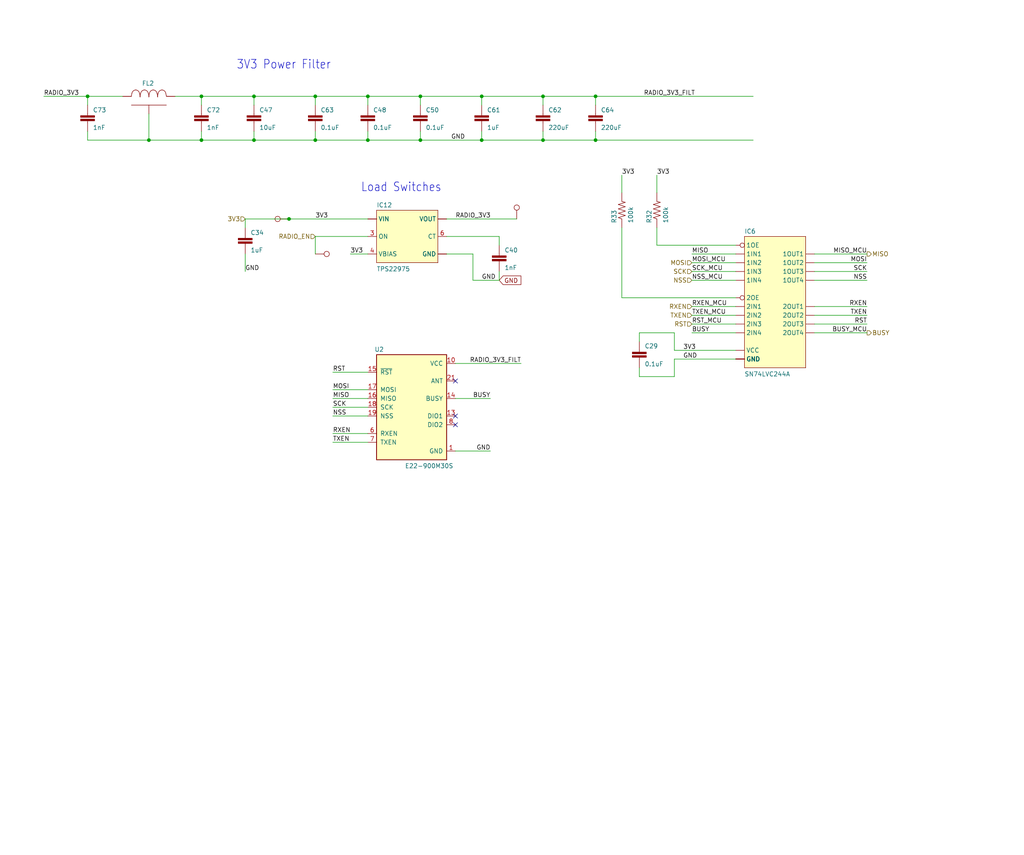
<source format=kicad_sch>
(kicad_sch (version 20250114) (generator "eeschema") (generator_version "9.0")
  (paper "User" 297.002 248.031)
  (lib_symbols
    (symbol "Connector:TestPoint" (pin_numbers (hide yes)) (pin_names (offset 0.762) (hide yes))
      (property "Reference" "TP" (at 0 6.858 0))
      (property "Value" "TestPoint" (at 0 5.08 0))
      (symbol "TestPoint_0_1"
        (circle (center 0 3.302) (radius 0.762))
      )
      (symbol "TestPoint_1_1"
        (pin passive line (at 0 0 90) (length 2.54) (name "1") (number "1"))
      )
    )
    (symbol "Loriques:CAP0402"
      (property "Reference" "C" (at 1.524 2.921 0))
      (symbol "CAP0402_1_0"
        (rectangle (start -2.032 1.524) (end 2.032 2.032) (fill (type outline)))
        (rectangle (start -2.032 0.508) (end 2.032 1.016) (fill (type outline)))
        (polyline (pts (xy 0 2.54) (xy 0 2.032)) (stroke (width 0.1524)))
        (polyline (pts (xy 0 0) (xy 0 0.508)) (stroke (width 0.1524)))
        (pin passive line (at 0 5.08 270) (length 2.54) (name "1") (number "1"))
        (pin passive line (at 0 -2.54 90) (length 2.54) (name "2") (number "2"))
      )
    )
    (symbol "Loriques:CAP1206"
      (property "Reference" "C" (at 1.524 2.921 0))
      (symbol "CAP1206_1_0"
        (rectangle (start -2.032 1.524) (end 2.032 2.032) (fill (type outline)))
        (rectangle (start -2.032 0.508) (end 2.032 1.016) (fill (type outline)))
        (polyline (pts (xy 0 2.54) (xy 0 2.032)) (stroke (width 0.1524)))
        (polyline (pts (xy 0 0) (xy 0 0.508)) (stroke (width 0.1524)))
        (pin passive line (at 0 5.08 270) (length 2.54) (name "1") (number "1"))
        (pin passive line (at 0 -2.54 90) (length 2.54) (name "2") (number "2"))
      )
    )
    (symbol "Loriques:CAP1210"
      (property "Reference" "C" (at 1.524 2.921 0))
      (symbol "CAP1210_1_0"
        (rectangle (start -2.032 1.524) (end 2.032 2.032) (fill (type outline)))
        (rectangle (start -2.032 0.508) (end 2.032 1.016) (fill (type outline)))
        (polyline (pts (xy 0 2.54) (xy 0 2.032)) (stroke (width 0.1524)))
        (polyline (pts (xy 0 0) (xy 0 0.508)) (stroke (width 0.1524)))
        (pin passive line (at 0 5.08 270) (length 2.54) (name "1") (number "1"))
        (pin passive line (at 0 -2.54 90) (length 2.54) (name "2") (number "2"))
      )
    )
    (symbol "Loriques:E22-900M30S" (pin_names (offset 1.016))
      (property "Reference" "U2" (at -9.398 16.764 0))
      (property "Value" "E22-900M30S" (at 5.08 -17.018 0))
      (symbol "E22-900M30S_0_0"
        (rectangle (start -10.16 15.24) (end 10.16 -15.24) (stroke (width 0.254)) (fill (type background)))
        (pin input line (at -12.7 5.08 0) (length 2.54) (name "MOSI") (number "17"))
        (pin output line (at -12.7 2.54 0) (length 2.54) (name "MISO") (number "16"))
        (pin input line (at -12.7 0 0) (length 2.54) (name "SCK") (number "18"))
        (pin input line (at -12.7 -2.54 0) (length 2.54) (name "NSS") (number "19"))
        (pin input line (at -12.7 -7.62 0) (length 2.54) (name "RXEN") (number "6"))
        (pin input line (at -12.7 -10.16 0) (length 2.54) (name "TXEN") (number "7"))
        (pin power_in line (at 12.7 12.7 180) (length 2.54) (name "VCC") (number "10"))
        (pin power_in line (at 12.7 12.7 180) (length 2.54) (hide yes) (name "VCC") (number "9"))
        (pin output line (at 12.7 7.62 180) (length 2.54) (name "ANT") (number "21"))
        (pin output line (at 12.7 2.54 180) (length 2.54) (name "BUSY") (number "14"))
        (pin bidirectional line (at 12.7 -2.54 180) (length 2.54) (name "DIO1") (number "13"))
        (pin bidirectional line (at 12.7 -5.08 180) (length 2.54) (name "DIO2") (number "8"))
        (pin power_in line (at 12.7 -12.7 180) (length 2.54) (name "GND") (number "1"))
        (pin power_in line (at 12.7 -12.7 180) (length 2.54) (hide yes) (name "GND") (number "11"))
        (pin power_in line (at 12.7 -12.7 180) (length 2.54) (hide yes) (name "GND") (number "12"))
        (pin power_in line (at 12.7 -12.7 180) (length 2.54) (hide yes) (name "GND") (number "2"))
        (pin power_in line (at 12.7 -12.7 180) (length 2.54) (hide yes) (name "GND") (number "20"))
        (pin power_in line (at 12.7 -12.7 180) (length 2.54) (hide yes) (name "GND") (number "22"))
        (pin power_in line (at 12.7 -12.7 180) (length 2.54) (hide yes) (name "GND") (number "3"))
        (pin power_in line (at 12.7 -12.7 180) (length 2.54) (hide yes) (name "GND") (number "4"))
        (pin power_in line (at 12.7 -12.7 180) (length 2.54) (hide yes) (name "GND") (number "5"))
      )
      (symbol "E22-900M30S_1_0"
        (pin input line (at -12.7 10.16 0) (length 2.54) (name "~{RST}") (number "15"))
      )
    )
    (symbol "Loriques:RESISTOR0402-RES"
      (property "Reference" "R" (at -3.81 1.4986 0))
      (symbol "RESISTOR0402-RES_1_0"
        (polyline (pts (xy -2.54 0) (xy -2.159 1.016)) (stroke (width 0.1524)))
        (polyline (pts (xy -2.159 1.016) (xy -1.524 -1.016)) (stroke (width 0.1524)))
        (polyline (pts (xy -1.524 -1.016) (xy -0.889 1.016)) (stroke (width 0.1524)))
        (polyline (pts (xy -0.889 1.016) (xy -0.254 -1.016)) (stroke (width 0.1524)))
        (polyline (pts (xy -0.254 -1.016) (xy 0.381 1.016)) (stroke (width 0.1524)))
        (polyline (pts (xy 0.381 1.016) (xy 1.016 -1.016)) (stroke (width 0.1524)))
        (polyline (pts (xy 1.016 -1.016) (xy 1.651 1.016)) (stroke (width 0.1524)))
        (polyline (pts (xy 1.651 1.016) (xy 2.286 -1.016)) (stroke (width 0.1524)))
        (polyline (pts (xy 2.286 -1.016) (xy 2.54 0)) (stroke (width 0.1524)))
        (pin passive line (at -5.08 0 0) (length 2.54) (name "1") (number "1"))
        (pin passive line (at 5.08 0 180) (length 2.54) (name "2") (number "2"))
      )
    )
    (symbol "Loriques:SN74LVC244A"
      (property "Reference" "IC" (at -7.62 16.002 0))
      (symbol "SN74LVC244A_1_0"
        (pin bidirectional inverted (at -10.16 12.7 0) (length 2.54) (name "1OE") (number "P$1"))
        (pin bidirectional line (at -10.16 10.16 0) (length 2.54) (name "1IN1") (number "P$2"))
        (pin bidirectional line (at -10.16 7.62 0) (length 2.54) (name "1IN2") (number "P$4"))
        (pin bidirectional line (at -10.16 5.08 0) (length 2.54) (name "1IN3") (number "P$6"))
        (pin bidirectional line (at -10.16 2.54 0) (length 2.54) (name "1IN4") (number "P$8"))
        (pin bidirectional inverted (at -10.16 -2.54 0) (length 2.54) (name "2OE") (number "P$19"))
        (pin bidirectional line (at -10.16 -5.08 0) (length 2.54) (name "2IN1") (number "P$11"))
        (pin bidirectional line (at -10.16 -7.62 0) (length 2.54) (name "2IN2") (number "P$13"))
        (pin bidirectional line (at -10.16 -10.16 0) (length 2.54) (name "2IN3") (number "P$15"))
        (pin bidirectional line (at -10.16 -12.7 0) (length 2.54) (name "2IN4") (number "P$17"))
        (pin bidirectional line (at -10.16 -17.78 0) (length 2.54) (name "VCC") (number "P$20"))
        (pin bidirectional line (at -10.16 -20.32 0) (length 2.54) (name "GND") (number "P$10"))
        (pin bidirectional line (at -10.16 -20.32 0) (length 2.54) (name "GND") (number "P$21"))
        (pin bidirectional line (at -10.16 -20.32 0) (length 2.54) (name "GND") (number "P$22"))
        (pin bidirectional line (at -10.16 -20.32 0) (length 2.54) (name "GND") (number "P$23"))
        (pin bidirectional line (at -10.16 -20.32 0) (length 2.54) (name "GND") (number "P$24"))
        (pin bidirectional line (at -10.16 -20.32 0) (length 2.54) (name "GND") (number "P$25"))
        (pin bidirectional line (at -10.16 -20.32 0) (length 2.54) (name "GND") (number "P$26"))
        (pin bidirectional line (at -10.16 -20.32 0) (length 2.54) (name "GND") (number "P$27"))
        (pin bidirectional line (at 12.7 10.16 180) (length 2.54) (name "1OUT1") (number "P$18"))
        (pin bidirectional line (at 12.7 7.62 180) (length 2.54) (name "1OUT2") (number "P$16"))
        (pin bidirectional line (at 12.7 5.08 180) (length 2.54) (name "1OUT3") (number "P$14"))
        (pin bidirectional line (at 12.7 2.54 180) (length 2.54) (name "1OUT4") (number "P$12"))
        (pin bidirectional line (at 12.7 -5.08 180) (length 2.54) (name "2OUT1") (number "P$9"))
        (pin bidirectional line (at 12.7 -7.62 180) (length 2.54) (name "2OUT2") (number "P$7"))
        (pin bidirectional line (at 12.7 -10.16 180) (length 2.54) (name "2OUT3") (number "P$5"))
        (pin bidirectional line (at 12.7 -12.7 180) (length 2.54) (name "2OUT4") (number "P$3"))
      )
      (symbol "SN74LVC244A_1_1"
        (rectangle (start -7.62 15.24) (end 10.16 -22.86) (fill (type background)))
      )
    )
    (symbol "Loriques:TPS22975"
      (property "Reference" "IC" (at -7.62 8.382 0))
      (symbol "TPS22975_1_0"
        (pin bidirectional line (at -10.16 5.08 0) (length 2.54) (name "VIN") (number "1"))
        (pin bidirectional line (at -10.16 5.08 0) (length 2.54) (name "VIN") (number "2"))
        (pin bidirectional line (at -10.16 0 0) (length 2.54) (name "ON") (number "3"))
        (pin bidirectional line (at -10.16 -5.08 0) (length 2.54) (name "VBIAS") (number "4"))
        (pin bidirectional line (at 12.7 5.08 180) (length 2.54) (name "VOUT") (number "7"))
        (pin bidirectional line (at 12.7 5.08 180) (length 2.54) (name "VOUT") (number "8"))
        (pin bidirectional line (at 12.7 0 180) (length 2.54) (name "CT") (number "6"))
        (pin bidirectional line (at 12.7 -5.08 180) (length 2.54) (name "GND") (number "5"))
        (pin bidirectional line (at 12.7 -5.08 180) (length 2.54) (name "GND") (number "PP"))
      )
      (symbol "TPS22975_1_1"
        (rectangle (start -7.62 7.62) (end 10.16 -7.62) (fill (type background)))
      )
    )
    (symbol "Loriques:YFF31HC2A104MT000N"
      (property "Reference" "FL" (at -4.7244 2.1336 0))
      (symbol "YFF31HC2A104MT000N_1_0"
        (arc (start 4.9022 0.8382) (mid 4.9944 0.458) (end 5.08 0.0762) (stroke (width 0.1524)))
        (polyline (pts (xy -7.62 0) (xy -5.08 0)) (stroke (width 0.1524)))
        (arc (start -2.7178 0.8382) (mid -2.5911 0.3368) (end -2.54 -0.1778) (stroke (width 0.1524)))
        (polyline (pts (xy -5.08 -2.54) (xy 5.08 -2.54)) (stroke (width 0.1524)))
        (arc (start -3.81 1.8542) (mid -3.0814 1.5423) (end -2.7177 0.8382) (stroke (width 0.1524)))
        (arc (start -4.9276 0.8382) (mid -4.5486 1.5441) (end -3.8099 1.8542) (stroke (width 0.1524)))
        (arc (start -0.1778 0.8382) (mid -0.0511 0.3368) (end 0 -0.1778) (stroke (width 0.1524)))
        (arc (start -2.54 -0.1778) (mid -2.561 -0.0888) (end -2.54 0.0001))
        (arc (start -1.27 1.8542) (mid -0.5414 1.5423) (end -0.1777 0.8382) (stroke (width 0.1524)))
        (arc (start -2.3876 0.8382) (mid -2.0086 1.5441) (end -1.2699 1.8542) (stroke (width 0.1524)))
        (arc (start -5.08 0) (mid -5.0258 0.4231) (end -4.9276 0.8382) (stroke (width 0.1524)))
        (arc (start 2.3622 0.8382) (mid 2.4889 0.3368) (end 2.54 -0.1778) (stroke (width 0.1524)))
        (arc (start 0 -0.1778) (mid -0.0208 -0.0889) (end 0 0))
        (arc (start 1.27 1.8542) (mid 1.9985 1.5422) (end 2.3622 0.8381) (stroke (width 0.1524)))
        (arc (start 0.1524 0.8382) (mid 0.5313 1.544) (end 1.27 1.8541) (stroke (width 0.1524)))
        (arc (start -2.54 0) (mid -2.4858 0.4231) (end -2.3876 0.8382) (stroke (width 0.1524)))
        (arc (start 2.54 -0.1778) (mid 2.5197 -0.089) (end 2.54 0))
        (arc (start 3.81 1.8542) (mid 4.5385 1.5423) (end 4.9022 0.8381) (stroke (width 0.1524)))
        (arc (start 2.6924 0.8382) (mid 3.0714 1.5438) (end 3.81 1.8541) (stroke (width 0.1524)))
        (arc (start 0 0) (mid 0.0542 0.4231) (end 0.1524 0.8382) (stroke (width 0.1524)))
        (polyline (pts (xy 5.08 0) (xy 7.62 0)) (stroke (width 0.1524)))
        (arc (start 2.54 0) (mid 2.5942 0.4231) (end 2.6924 0.8382) (stroke (width 0.1524)))
        (pin passive line (at -7.62 0 0) (length 2.54) (name "1") (number "1"))
        (pin passive line (at 0 -5.08 90) (length 2.54) (name "GND") (number "GND"))
        (pin passive line (at 7.62 0 180) (length 2.54) (name "2") (number "3"))
      )
    )
  )
  (text "3V3 Power Filter" (at 68.58 20.32 0) (effects (font (size 2.54 2.159)) (justify left bottom)))
  (text "Load Switches" (at 104.648 55.88 0) (effects (font (size 2.54 2.159)) (justify left bottom)))
  (junction (at 91.44 27.94))
  (junction (at 73.66 40.64))
  (junction (at 139.7 27.94))
  (junction (at 73.66 27.94))
  (junction (at 43.18 40.64))
  (junction (at 157.48 27.94))
  (junction (at 106.68 27.94))
  (junction (at 157.48 40.64))
  (junction (at 83.82 63.5))
  (junction (at 25.4 27.94))
  (junction (at 139.7 40.64))
  (junction (at 172.72 40.64))
  (junction (at 121.92 40.64))
  (junction (at 58.42 40.64))
  (junction (at 106.68 40.64))
  (junction (at 91.44 40.64))
  (junction (at 121.92 27.94))
  (junction (at 58.42 27.94))
  (junction (at 172.72 27.94))
  (no_connect (at 132.08 123.19))
  (no_connect (at 132.08 110.49))
  (no_connect (at 132.08 120.65))
  (wire (pts (xy 91.44 38.1) (xy 91.44 40.64)) (stroke (width 0.1524)))
  (wire (pts (xy 25.4 30.48) (xy 25.4 27.94)) (stroke (width 0.1524)))
  (wire (pts (xy 121.92 40.64) (xy 106.68 40.64)) (stroke (width 0.1524)))
  (wire (pts (xy 121.92 38.1) (xy 121.92 40.64)) (stroke (width 0.1524)))
  (wire (pts (xy 190.5 71.12) (xy 190.5 66.04)) (stroke (width 0.1524)))
  (wire (pts (xy 157.48 38.1) (xy 157.48 40.64)) (stroke (width 0.1524)))
  (wire (pts (xy 96.52 107.95) (xy 106.68 107.95)))
  (wire (pts (xy 106.68 38.1) (xy 106.68 40.64)) (stroke (width 0.1524)))
  (wire (pts (xy 96.52 113.03) (xy 106.68 113.03)))
  (wire (pts (xy 236.22 93.98) (xy 251.46 93.98)))
  (wire (pts (xy 139.7 30.48) (xy 139.7 27.94)) (stroke (width 0.1524)))
  (wire (pts (xy 91.44 68.58) (xy 91.44 73.66)) (stroke (width 0.1524)))
  (wire (pts (xy 106.68 27.94) (xy 121.92 27.94)) (stroke (width 0.1524)))
  (wire (pts (xy 58.42 38.1) (xy 58.42 40.64)) (stroke (width 0.1524)))
  (wire (pts (xy 50.8 27.94) (xy 58.42 27.94)) (stroke (width 0.1524)))
  (wire (pts (xy 129.54 73.66) (xy 137.16 73.66)) (stroke (width 0.1524)))
  (wire (pts (xy 180.34 86.36) (xy 180.34 66.04)) (stroke (width 0.1524)))
  (wire (pts (xy 144.78 78.74) (xy 144.78 81.28)) (stroke (width 0.1524)))
  (wire (pts (xy 96.52 115.57) (xy 106.68 115.57)))
  (wire (pts (xy 200.66 73.66) (xy 213.36 73.66)))
  (wire (pts (xy 35.56 27.94) (xy 25.4 27.94)) (stroke (width 0.1524)))
  (wire (pts (xy 139.7 27.94) (xy 157.48 27.94)) (stroke (width 0.1524)))
  (wire (pts (xy 200.66 88.9) (xy 213.36 88.9)))
  (wire (pts (xy 200.66 81.28) (xy 213.36 81.28)))
  (wire (pts (xy 236.22 73.66) (xy 251.46 73.66)))
  (wire (pts (xy 200.66 93.98) (xy 213.36 93.98)))
  (wire (pts (xy 96.52 125.73) (xy 106.68 125.73)))
  (wire (pts (xy 213.36 71.12) (xy 190.5 71.12)) (stroke (width 0.1524)))
  (wire (pts (xy 71.12 63.5) (xy 83.82 63.5)) (stroke (width 0.1524)))
  (wire (pts (xy 139.7 38.1) (xy 139.7 40.64)) (stroke (width 0.1524)))
  (wire (pts (xy 172.72 40.64) (xy 157.48 40.64)) (stroke (width 0.1524)))
  (wire (pts (xy 129.54 63.5) (xy 149.86 63.5)) (stroke (width 0.1524)))
  (wire (pts (xy 172.72 27.94) (xy 218.44 27.94)) (stroke (width 0.1524)))
  (wire (pts (xy 144.78 71.12) (xy 144.78 68.58)) (stroke (width 0.1524)))
  (wire (pts (xy 157.48 40.64) (xy 139.7 40.64)) (stroke (width 0.1524)))
  (wire (pts (xy 121.92 27.94) (xy 139.7 27.94)) (stroke (width 0.1524)))
  (wire (pts (xy 71.12 73.66) (xy 71.12 78.74)) (stroke (width 0.1524)))
  (wire (pts (xy 180.34 55.88) (xy 180.34 50.8)) (stroke (width 0.1524)))
  (wire (pts (xy 236.22 96.52) (xy 251.46 96.52)))
  (wire (pts (xy 106.68 63.5) (xy 83.82 63.5)) (stroke (width 0.1524)))
  (wire (pts (xy 236.22 88.9) (xy 251.46 88.9)))
  (wire (pts (xy 96.52 128.27) (xy 106.68 128.27)))
  (wire (pts (xy 172.72 40.64) (xy 218.44 40.64)) (stroke (width 0.1524)))
  (wire (pts (xy 91.44 30.48) (xy 91.44 27.94)) (stroke (width 0.1524)))
  (wire (pts (xy 157.48 30.48) (xy 157.48 27.94)) (stroke (width 0.1524)))
  (wire (pts (xy 73.66 38.1) (xy 73.66 40.64)) (stroke (width 0.1524)))
  (wire (pts (xy 195.58 109.22) (xy 185.42 109.22)) (stroke (width 0.1524)))
  (wire (pts (xy 106.68 68.58) (xy 91.44 68.58)) (stroke (width 0.1524)))
  (wire (pts (xy 96.52 118.11) (xy 106.68 118.11)))
  (wire (pts (xy 91.44 27.94) (xy 106.68 27.94)) (stroke (width 0.1524)))
  (wire (pts (xy 132.08 130.81) (xy 142.24 130.81)))
  (wire (pts (xy 195.58 101.6) (xy 195.58 96.52)) (stroke (width 0.1524)))
  (wire (pts (xy 195.58 96.52) (xy 185.42 96.52)) (stroke (width 0.1524)))
  (wire (pts (xy 185.42 96.52) (xy 185.42 99.06)) (stroke (width 0.1524)))
  (wire (pts (xy 139.7 40.64) (xy 121.92 40.64)) (stroke (width 0.1524)))
  (wire (pts (xy 190.5 55.88) (xy 190.5 50.8)) (stroke (width 0.1524)))
  (wire (pts (xy 137.16 81.28) (xy 137.16 73.66)) (stroke (width 0.1524)))
  (wire (pts (xy 213.36 104.14) (xy 195.58 104.14)) (stroke (width 0.1524)))
  (wire (pts (xy 144.78 81.28) (xy 137.16 81.28)) (stroke (width 0.1524)))
  (wire (pts (xy 73.66 27.94) (xy 91.44 27.94)) (stroke (width 0.1524)))
  (wire (pts (xy 236.22 81.28) (xy 251.46 81.28)))
  (wire (pts (xy 58.42 30.48) (xy 58.42 27.94)) (stroke (width 0.1524)))
  (wire (pts (xy 157.48 27.94) (xy 172.72 27.94)) (stroke (width 0.1524)))
  (wire (pts (xy 200.66 78.74) (xy 213.36 78.74)))
  (wire (pts (xy 73.66 30.48) (xy 73.66 27.94)) (stroke (width 0.1524)))
  (wire (pts (xy 73.66 40.64) (xy 58.42 40.64)) (stroke (width 0.1524)))
  (wire (pts (xy 58.42 40.64) (xy 43.18 40.64)) (stroke (width 0.1524)))
  (wire (pts (xy 195.58 104.14) (xy 195.58 109.22)) (stroke (width 0.1524)))
  (wire (pts (xy 25.4 40.64) (xy 43.18 40.64)) (stroke (width 0.1524)))
  (wire (pts (xy 132.08 105.41) (xy 151.13 105.41)))
  (wire (pts (xy 172.72 27.94) (xy 172.72 30.48)) (stroke (width 0.1524)))
  (wire (pts (xy 200.66 96.52) (xy 213.36 96.52)))
  (wire (pts (xy 96.52 120.65) (xy 106.68 120.65)))
  (wire (pts (xy 58.42 27.94) (xy 73.66 27.94)) (stroke (width 0.1524)))
  (wire (pts (xy 185.42 109.22) (xy 185.42 106.68)) (stroke (width 0.1524)))
  (wire (pts (xy 236.22 91.44) (xy 251.46 91.44)))
  (wire (pts (xy 213.36 101.6) (xy 195.58 101.6)) (stroke (width 0.1524)))
  (wire (pts (xy 91.44 40.64) (xy 73.66 40.64)) (stroke (width 0.1524)))
  (wire (pts (xy 71.12 63.5) (xy 71.12 66.04)) (stroke (width 0.1524)))
  (wire (pts (xy 106.68 73.66) (xy 101.6 73.66)) (stroke (width 0.1524)))
  (wire (pts (xy 144.78 68.58) (xy 129.54 68.58)) (stroke (width 0.1524)))
  (wire (pts (xy 121.92 30.48) (xy 121.92 27.94)) (stroke (width 0.1524)))
  (wire (pts (xy 142.24 115.57) (xy 132.08 115.57)))
  (wire (pts (xy 25.4 27.94) (xy 12.7 27.94)) (stroke (width 0.1524)))
  (wire (pts (xy 25.4 38.1) (xy 25.4 40.64)) (stroke (width 0.1524)))
  (wire (pts (xy 106.68 30.48) (xy 106.68 27.94)) (stroke (width 0.1524)))
  (wire (pts (xy 43.18 33.02) (xy 43.18 40.64)) (stroke (width 0.1524)))
  (wire (pts (xy 200.66 76.2) (xy 213.36 76.2)))
  (wire (pts (xy 172.72 38.1) (xy 172.72 40.64)) (stroke (width 0.1524)))
  (wire (pts (xy 106.68 40.64) (xy 91.44 40.64)) (stroke (width 0.1524)))
  (wire (pts (xy 236.22 78.74) (xy 251.46 78.74)))
  (wire (pts (xy 213.36 86.36) (xy 180.34 86.36)) (stroke (width 0.1524)))
  (wire (pts (xy 236.22 76.2) (xy 251.46 76.2)))
  (wire (pts (xy 200.66 91.44) (xy 213.36 91.44)))
  (label "BUSY" (at 200.66 96.52 0))
  (label "NSS" (at 251.46 81.28 180))
  (label "NSS_MCU" (at 200.66 81.28 0))
  (label "BUSY_MCU" (at 251.46 96.52 180))
  (label "RXEN_MCU" (at 200.66 88.9 0))
  (label "MOSI_MCU" (at 200.66 76.2 0))
  (label "GND" (at 198.12 104.14 0))
  (label "GND" (at 139.7 81.28 0))
  (label "MISO" (at 200.66 73.66 0))
  (label "GND" (at 130.81 40.64 0))
  (label "NSS" (at 96.52 120.65 0))
  (label "TXEN_MCU" (at 200.66 91.44 0))
  (label "3V3" (at 198.12 101.6 0))
  (label "MISO_MCU" (at 251.46 73.66 180))
  (label "SCK" (at 96.52 118.11 0))
  (label "RXEN" (at 96.52 125.73 0))
  (label "RADIO_3V3_FILT" (at 151.13 105.41 180))
  (label "3V3" (at 91.44 63.5 0))
  (label "MOSI" (at 251.46 76.2 180))
  (label "GND" (at 142.24 130.81 180))
  (label "SCK_MCU" (at 200.66 78.74 0))
  (label "RXEN" (at 251.46 88.9 180))
  (label "TXEN" (at 251.46 91.44 180))
  (label "RADIO_3V3" (at 12.7 27.94 0))
  (label "RST" (at 251.46 93.98 180))
  (label "GND" (at 71.12 78.74 0))
  (label "BUSY" (at 142.24 115.57 180))
  (label "MOSI" (at 96.52 113.03 0))
  (label "3V3" (at 190.5 50.8 0))
  (label "3V3" (at 101.6 73.66 0))
  (label "TXEN" (at 96.52 128.27 0))
  (label "3V3" (at 180.34 50.8 0))
  (label "MISO" (at 96.52 115.57 0))
  (label "SCK" (at 251.46 78.74 180))
  (label "RADIO_3V3" (at 132.08 63.5 0))
  (label "RST_MCU" (at 200.66 93.98 0))
  (label "RST" (at 96.52 107.95 0))
  (label "RADIO_3V3_FILT" (at 186.69 27.94 0))
  (global_label "GND" (shape input) (at 144.78 81.28 0) (property "Intersheetrefs" "${INTERSHEET_REFS}" (effects (hide yes))))
  (hierarchical_label "MOSI" (shape input) (at 200.66 76.2 180))
  (hierarchical_label "RADIO_EN" (shape input) (at 91.44 68.58 180))
  (hierarchical_label "SCK" (shape input) (at 200.66 78.74 180))
  (hierarchical_label "MISO" (shape output) (at 251.46 73.66 0))
  (hierarchical_label "RST" (shape input) (at 200.66 93.98 180))
  (hierarchical_label "NSS" (shape input) (at 200.66 81.28 180))
  (hierarchical_label "RXEN" (shape input) (at 200.66 88.9 180))
  (hierarchical_label "TXEN" (shape input) (at 200.66 91.44 180))
  (hierarchical_label "3V3" (shape input) (at 71.12 63.5 180))
  (hierarchical_label "BUSY" (shape output) (at 251.46 96.52 0))
  (symbol (lib_id "Connector:TestPoint") (at 91.44 73.66 270) (unit 1)
    (property "Reference" "TP8" (effects (hide yes)))
    (property "Value" "TEST-POINT3X5" (effects (hide yes)))
    (property "Footprint" "TestPoint:TestPoint_Pad_D1.5mm" (effects (hide yes)))
    (property "Description" "test point" (effects (hide yes)))
  )
  (symbol (lib_id "Loriques:RESISTOR0402-RES") (at 190.5 60.96 90) (unit 1)
    (property "Reference" "R32" (at 189.0014 64.77 0) (effects (justify left bottom)))
    (property "Value" "100k" (at 193.802 64.77 0) (effects (justify left bottom)))
    (property "Footprint" "Resistor_SMD:R_0402_1005Metric" (effects (hide yes)))
    (property "Description" "Resistor Basic schematic elements and footprints for 0603, 1206, and PTH resistors." (effects (hide yes)))
    (property "DK" "311-100KLRCT-ND" (effects (hide yes)))
    (property "PARTNO" "RC0402FR-07100KL" (effects (hide yes)))
  )
  (symbol (lib_id "Loriques:E22-900M30S") (at 119.38 118.11 0) (unit 1)
    (property "Reference" "U2" (at 109.982 101.346 0))
    (property "Value" "E22-900M30S" (at 124.46 135.128 0))
    (property "Footprint" "Loriques:E22-900M30S" (effects (hide yes)))
  )
  (symbol (lib_id "Connector:TestPoint") (at 149.86 63.5 0) (unit 1)
    (property "Reference" "S_3V3" (effects (hide yes)))
    (property "Value" "TEST-POINT3X5" (effects (hide yes)))
    (property "Footprint" "TestPoint:TestPoint_Pad_D1.5mm" (effects (hide yes)))
    (property "Description" "test point" (effects (hide yes)))
  )
  (symbol (lib_id "Loriques:CAP1206") (at 73.66 35.56 0) (unit 1)
    (property "Reference" "C47" (at 75.184 32.639 0) (effects (justify left bottom)))
    (property "Value" "10uF" (at 75.184 37.719 0) (effects (justify left bottom)))
    (property "Footprint" "Capacitor_SMD:C_1206_3216Metric" (effects (hide yes)))
    (property "Description" "Capacitor Standard 0603 ceramic capacitor, and 0.1\" leaded capacitor." (effects (hide yes)))
    (property "DK" "1276-3105-1-ND" (effects (hide yes)))
    (property "PARTNO" "CL31B106KOHNNWE" (effects (hide yes)))
  )
  (symbol (lib_id "Loriques:CAP0402") (at 121.92 35.56 0) (unit 1)
    (property "Reference" "C50" (at 123.444 32.639 0) (effects (justify left bottom)))
    (property "Value" "0.1uF" (at 123.444 37.719 0) (effects (justify left bottom)))
    (property "Footprint" "Capacitor_SMD:C_0402_1005Metric" (effects (hide yes)))
    (property "Description" "Capacitor Standard 0603 ceramic capacitor, and 0.1\" leaded capacitor." (effects (hide yes)))
    (property "DK" "1276-1043-1-ND" (effects (hide yes)))
    (property "PARTNO" "CL05A104KA5NNNC" (effects (hide yes)))
  )
  (symbol (lib_id "Connector:TestPoint") (at 83.82 63.5 90) (unit 1)
    (property "Reference" "TP6" (effects (hide yes)))
    (property "Value" "TEST-POINT3X5" (effects (hide yes)))
    (property "Footprint" "TestPoint:TestPoint_Pad_D1.5mm" (effects (hide yes)))
    (property "Description" "test point" (effects (hide yes)))
  )
  (symbol (lib_id "Loriques:CAP0402") (at 91.44 35.56 0) (unit 1)
    (property "Reference" "C63" (at 92.964 32.639 0) (effects (justify left bottom)))
    (property "Value" "0.1uF" (at 92.964 37.719 0) (effects (justify left bottom)))
    (property "Footprint" "Capacitor_SMD:C_0402_1005Metric" (effects (hide yes)))
    (property "Description" "Capacitor Standard 0603 ceramic capacitor, and 0.1\" leaded capacitor." (effects (hide yes)))
    (property "DK" "1276-1043-1-ND" (effects (hide yes)))
    (property "PARTNO" "CL05A104KA5NNNC" (effects (hide yes)))
  )
  (symbol (lib_id "Loriques:CAP0402") (at 106.68 35.56 0) (unit 1)
    (property "Reference" "C48" (at 108.204 32.639 0) (effects (justify left bottom)))
    (property "Value" "0.1uF" (at 108.204 37.719 0) (effects (justify left bottom)))
    (property "Footprint" "Capacitor_SMD:C_0402_1005Metric" (effects (hide yes)))
    (property "Description" "Capacitor Standard 0603 ceramic capacitor, and 0.1\" leaded capacitor." (effects (hide yes)))
    (property "DK" "1276-1043-1-ND" (effects (hide yes)))
    (property "PARTNO" "CL05A104KA5NNNC" (effects (hide yes)))
  )
  (symbol (lib_id "Loriques:CAP0402") (at 25.4 35.56 0) (unit 1)
    (property "Reference" "C73" (at 26.924 32.639 0) (effects (justify left bottom)))
    (property "Value" "1nF" (at 26.924 37.719 0) (effects (justify left bottom)))
    (property "Footprint" "Capacitor_SMD:C_0402_1005Metric" (effects (hide yes)))
    (property "Description" "Capacitor Standard 0603 ceramic capacitor, and 0.1\" leaded capacitor." (effects (hide yes)))
    (property "DK" "311-1712-1-ND" (effects (hide yes)))
    (property "PARTNO" "CC0402KRX7R8BB102" (effects (hide yes)))
  )
  (symbol (lib_id "Loriques:CAP1210") (at 157.48 35.56 0) (unit 1)
    (property "Reference" "C62" (at 159.004 32.639 0) (effects (justify left bottom)))
    (property "Value" "220uF" (at 159.004 37.719 0) (effects (justify left bottom)))
    (property "Footprint" "Capacitor_SMD:C_1210_3225Metric" (effects (hide yes)))
    (property "Description" "Capacitor Standard 0603 ceramic capacitor, and 0.1\" leaded capacitor." (effects (hide yes)))
    (property "PARTNO" "GRM32ER60J227ME05L" (effects (hide yes)))
  )
  (symbol (lib_id "Loriques:SN74LVC244A") (at 223.52 83.82 0) (unit 1)
    (property "Reference" "IC6" (at 215.9 67.818 0) (effects (justify left bottom)))
    (property "Value" "SN74LVC244A" (at 215.9 109.22 0) (effects (justify left bottom)))
    (property "Footprint" "Loriques:R-PVQFN-N20" (effects (hide yes)))
    (property "Description" "SN74LVC244A\nBuffer, Non-Inverting 2 Element 4 Bit per Element Push-Pull Output 20-VQFN (3.5x4.5)" (effects (hide yes)))
  )
  (symbol (lib_id "Loriques:CAP0402") (at 139.7 35.56 0) (unit 1)
    (property "Reference" "C61" (at 141.224 32.639 0) (effects (justify left bottom)))
    (property "Value" "1uF" (at 141.224 37.719 0) (effects (justify left bottom)))
    (property "Footprint" "Capacitor_SMD:C_0402_1005Metric" (effects (hide yes)))
    (property "Description" "Capacitor Standard 0603 ceramic capacitor, and 0.1\" leaded capacitor." (effects (hide yes)))
    (property "DK" "490-12263-1-ND" (effects (hide yes)))
    (property "PARTNO" "GRT155R61E105KE01D" (effects (hide yes)))
  )
  (symbol (lib_id "Loriques:RESISTOR0402-RES") (at 180.34 60.96 90) (unit 1)
    (property "Reference" "R33" (at 178.8414 64.77 0) (effects (justify left bottom)))
    (property "Value" "100k" (at 183.642 64.77 0) (effects (justify left bottom)))
    (property "Footprint" "Resistor_SMD:R_0402_1005Metric" (effects (hide yes)))
    (property "Description" "Resistor Basic schematic elements and footprints for 0603, 1206, and PTH resistors." (effects (hide yes)))
    (property "DK" "311-100KLRCT-ND" (effects (hide yes)))
    (property "PARTNO" "RC0402FR-07100KL" (effects (hide yes)))
  )
  (symbol (lib_id "Loriques:CAP0402") (at 71.12 71.12 0) (unit 1)
    (property "Reference" "C34" (at 72.644 68.199 0) (effects (justify left bottom)))
    (property "Value" "1uF" (at 72.644 73.279 0) (effects (justify left bottom)))
    (property "Footprint" "Capacitor_SMD:C_0402_1005Metric" (effects (hide yes)))
    (property "Description" "Capacitor Standard 0603 ceramic capacitor, and 0.1\" leaded capacitor." (effects (hide yes)))
    (property "DK" "490-12263-1-ND" (effects (hide yes)))
    (property "PARTNO" "GRT155R61E105KE01D" (effects (hide yes)))
  )
  (symbol (lib_id "Loriques:CAP0402") (at 144.78 76.2 0) (unit 1)
    (property "Reference" "C40" (at 146.304 73.279 0) (effects (justify left bottom)))
    (property "Value" "1nF" (at 146.304 78.359 0) (effects (justify left bottom)))
    (property "Footprint" "Capacitor_SMD:C_0402_1005Metric" (effects (hide yes)))
    (property "Description" "Capacitor Standard 0603 ceramic capacitor, and 0.1\" leaded capacitor." (effects (hide yes)))
    (property "DK" "311-1712-1-ND" (effects (hide yes)))
    (property "PARTNO" "CC0402KRX7R8BB102" (effects (hide yes)))
  )
  (symbol (lib_id "Loriques:TPS22975") (at 116.84 68.58 0) (unit 1)
    (property "Reference" "IC12" (at 109.22 60.198 0) (effects (justify left bottom)))
    (property "Value" "TPS22975" (at 109.22 78.74 0) (effects (justify left bottom)))
    (property "Footprint" "Loriques:WSON8" (effects (hide yes)))
    (property "Description" "TPS22975\nLOAD SWITCH N-CH 6A 8WSON" (effects (hide yes)))
  )
  (symbol (lib_id "Loriques:CAP0402") (at 185.42 104.14 0) (unit 1)
    (property "Reference" "C29" (at 186.944 101.092 0) (effects (justify left bottom)))
    (property "Value" "0.1uF" (at 186.944 106.299 0) (effects (justify left bottom)))
    (property "Footprint" "Capacitor_SMD:C_0402_1005Metric" (effects (hide yes)))
    (property "Description" "Capacitor Standard 0603 ceramic capacitor, and 0.1\" leaded capacitor." (effects (hide yes)))
    (property "DK" "1276-1043-1-ND" (effects (hide yes)))
    (property "PARTNO" "CL05A104KA5NNNC" (effects (hide yes)))
  )
  (symbol (lib_id "Loriques:CAP1210") (at 172.72 35.56 0) (unit 1)
    (property "Reference" "C64" (at 174.244 32.639 0) (effects (justify left bottom)))
    (property "Value" "220uF" (at 174.244 37.719 0) (effects (justify left bottom)))
    (property "Footprint" "Capacitor_SMD:C_1210_3225Metric" (effects (hide yes)))
    (property "Description" "Capacitor Standard 0603 ceramic capacitor, and 0.1\" leaded capacitor." (effects (hide yes)))
    (property "PARTNO" "GRM32ER60J227ME05L" (effects (hide yes)))
  )
  (symbol (lib_id "Loriques:YFF31HC2A104MT000N") (at 43.18 27.94 0) (unit 1)
    (property "Reference" "FL2" (at 41.148 24.892 0) (effects (justify left bottom)))
    (property "Value" "YFF31HC2A104MT000N" (effects (hide yes)))
    (property "Footprint" "Loriques:YFF31HC2A104MT000N" (effects (hide yes)))
    (property "Description" "0.1µF Feed Through Capacitor 100V 10A 1.5mOhm 1206 (3216 Metric), 4 PC Pad" (effects (hide yes)))
    (property "DK" "445-16151-1-ND" (effects (hide yes)))
    (property "PARTNO" "YFF31HC2A105MT000N" (effects (hide yes)))
  )
  (symbol (lib_id "Loriques:CAP0402") (at 58.42 35.56 0) (unit 1)
    (property "Reference" "C72" (at 59.944 32.639 0) (effects (justify left bottom)))
    (property "Value" "1nF" (at 59.944 37.719 0) (effects (justify left bottom)))
    (property "Footprint" "Capacitor_SMD:C_0402_1005Metric" (effects (hide yes)))
    (property "Description" "Capacitor Standard 0603 ceramic capacitor, and 0.1\" leaded capacitor." (effects (hide yes)))
    (property "DK" "311-1712-1-ND" (effects (hide yes)))
    (property "PARTNO" "CC0402KRX7R8BB102" (effects (hide yes)))
  )
)
</source>
